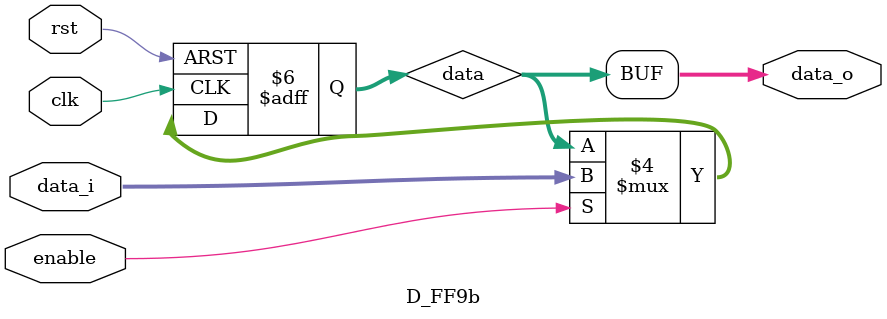
<source format=sv>
module D_FF9b
#(parameter WIDTH=9) // fill number of bits 
(
	input logic clk, rst, enable,
	input logic [WIDTH-1:0] data_i,
	output logic [WIDTH-1:0] data_o
);
reg [WIDTH-1:0] data;
always_ff@ (posedge clk or negedge rst)
	if (!rst) begin
		data <= 0;
	end else if (enable) begin
	data <= data_i;
	end else begin data <= data;
	end
assign data_o=data;
endmodule 
</source>
